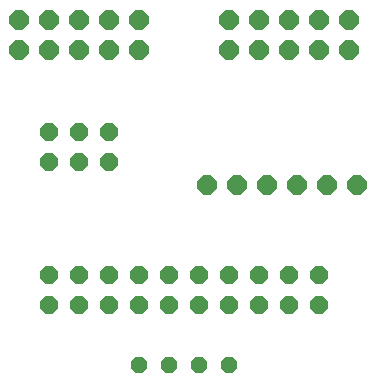
<source format=gts>
G75*
%MOIN*%
%OFA0B0*%
%FSLAX25Y25*%
%IPPOS*%
%LPD*%
%AMOC8*
5,1,8,0,0,1.08239X$1,22.5*
%
%ADD10OC8,0.06000*%
%ADD11OC8,0.06400*%
%ADD12OC8,0.05600*%
D10*
X0037000Y0056300D03*
X0037000Y0066300D03*
X0047000Y0066300D03*
X0047000Y0056300D03*
X0057000Y0056300D03*
X0057000Y0066300D03*
X0067000Y0066300D03*
X0067000Y0056300D03*
X0077000Y0056300D03*
X0077000Y0066300D03*
X0087000Y0066300D03*
X0087000Y0056300D03*
X0097000Y0056300D03*
X0097000Y0066300D03*
X0107000Y0066300D03*
X0107000Y0056300D03*
X0117000Y0056300D03*
X0117000Y0066300D03*
X0127000Y0066300D03*
X0127000Y0056300D03*
X0057000Y0103800D03*
X0057000Y0113800D03*
X0047000Y0113800D03*
X0047000Y0103800D03*
X0037000Y0103800D03*
X0037000Y0113800D03*
D11*
X0037000Y0141300D03*
X0037000Y0151300D03*
X0027000Y0151300D03*
X0027000Y0141300D03*
X0047000Y0141300D03*
X0047000Y0151300D03*
X0057000Y0151300D03*
X0057000Y0141300D03*
X0067000Y0141300D03*
X0067000Y0151300D03*
X0097000Y0151300D03*
X0097000Y0141300D03*
X0107000Y0141300D03*
X0107000Y0151300D03*
X0117000Y0151300D03*
X0117000Y0141300D03*
X0127000Y0141300D03*
X0127000Y0151300D03*
X0137000Y0151300D03*
X0137000Y0141300D03*
X0139500Y0096300D03*
X0129500Y0096300D03*
X0119500Y0096300D03*
X0109500Y0096300D03*
X0099500Y0096300D03*
X0089500Y0096300D03*
D12*
X0087000Y0036300D03*
X0097000Y0036300D03*
X0077000Y0036300D03*
X0067000Y0036300D03*
M02*

</source>
